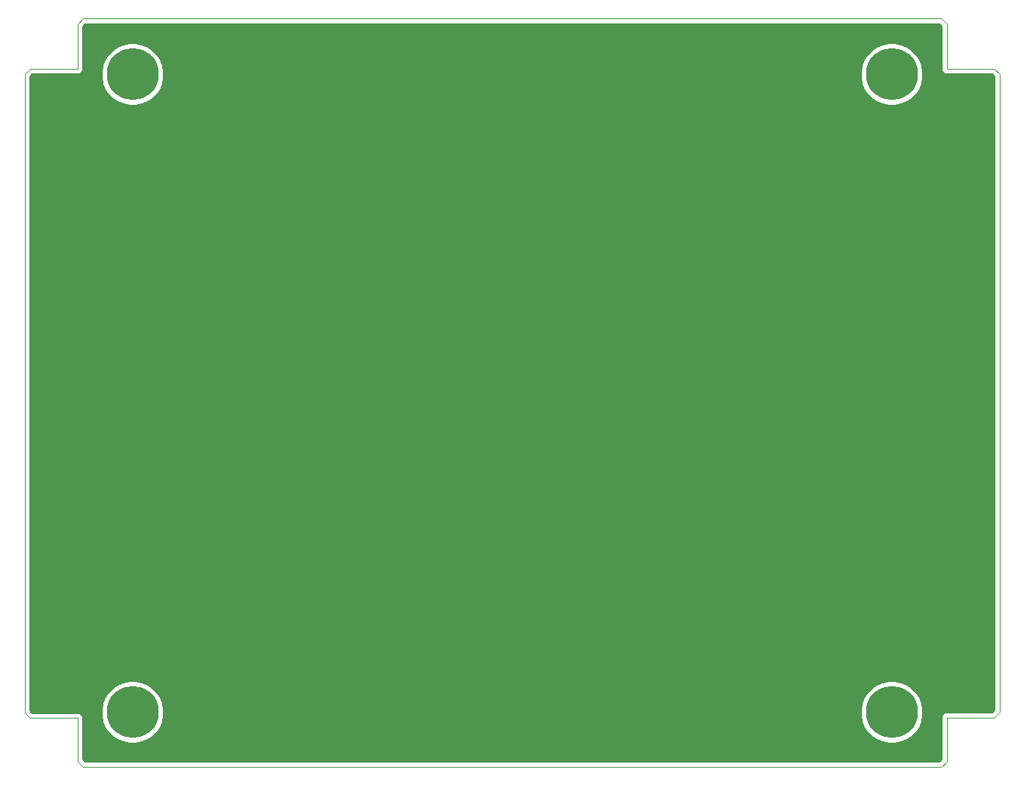
<source format=gbr>
%TF.GenerationSoftware,KiCad,Pcbnew,(5.1.6-0-10_14)*%
%TF.CreationDate,2020-10-12T07:31:40+01:00*%
%TF.ProjectId,ActiveMixerPedalWithDigitalPeakDetector,41637469-7665-44d6-9978-657250656461,rev?*%
%TF.SameCoordinates,Original*%
%TF.FileFunction,Copper,L1,Top*%
%TF.FilePolarity,Positive*%
%FSLAX46Y46*%
G04 Gerber Fmt 4.6, Leading zero omitted, Abs format (unit mm)*
G04 Created by KiCad (PCBNEW (5.1.6-0-10_14)) date 2020-10-12 07:31:40*
%MOMM*%
%LPD*%
G01*
G04 APERTURE LIST*
%TA.AperFunction,Profile*%
%ADD10C,0.050000*%
%TD*%
%TA.AperFunction,ComponentPad*%
%ADD11C,6.000000*%
%TD*%
%TA.AperFunction,NonConductor*%
%ADD12C,0.254000*%
%TD*%
G04 APERTURE END LIST*
D10*
X148590000Y-140335000D02*
X147955000Y-140970000D01*
X148590000Y-135255000D02*
X148590000Y-140335000D01*
X154051000Y-135255000D02*
X148590000Y-135255000D01*
X154686000Y-134620000D02*
X154051000Y-135255000D01*
X154686000Y-60960000D02*
X154686000Y-134620000D01*
X154051000Y-60325000D02*
X154686000Y-60960000D01*
X148590000Y-60325000D02*
X154051000Y-60325000D01*
X148590000Y-55181500D02*
X148590000Y-60325000D01*
X147955000Y-54546500D02*
X148590000Y-55181500D01*
X48895000Y-54546500D02*
X147955000Y-54546500D01*
X48260000Y-55181500D02*
X48895000Y-54546500D01*
X48260000Y-60325000D02*
X48260000Y-55181500D01*
X42799000Y-60325000D02*
X48260000Y-60325000D01*
X42164000Y-60960000D02*
X42799000Y-60325000D01*
X42164000Y-134683500D02*
X42164000Y-60960000D01*
X42799000Y-135318500D02*
X42164000Y-134683500D01*
X48260000Y-135318500D02*
X42799000Y-135318500D01*
X48260000Y-140335000D02*
X48260000Y-135318500D01*
X48895000Y-140970000D02*
X48260000Y-140335000D01*
X147955000Y-140970000D02*
X48895000Y-140970000D01*
D11*
%TO.P,REF\u002A\u002A,1*%
%TO.N,N/C*%
X54610000Y-60960000D03*
%TD*%
%TO.P,REF\u002A\u002A,1*%
%TO.N,N/C*%
X54610000Y-134620000D03*
%TD*%
%TO.P,REF\u002A\u002A,1*%
%TO.N,N/C*%
X142240000Y-60960000D03*
%TD*%
%TO.P,REF\u002A\u002A,1*%
%TO.N,N/C*%
X142240000Y-134620000D03*
%TD*%
D12*
G36*
X147930000Y-55454881D02*
G01*
X147930001Y-60292571D01*
X147926807Y-60325000D01*
X147939550Y-60454383D01*
X147977290Y-60578793D01*
X148038575Y-60693450D01*
X148121052Y-60793948D01*
X148221550Y-60876425D01*
X148336207Y-60937710D01*
X148460617Y-60975450D01*
X148557581Y-60985000D01*
X148590000Y-60988193D01*
X148622419Y-60985000D01*
X153777620Y-60985000D01*
X154026000Y-61233381D01*
X154026001Y-134346618D01*
X153777620Y-134595000D01*
X148622419Y-134595000D01*
X148590000Y-134591807D01*
X148557581Y-134595000D01*
X148460617Y-134604550D01*
X148336207Y-134642290D01*
X148221550Y-134703575D01*
X148121052Y-134786052D01*
X148038575Y-134886550D01*
X147977290Y-135001207D01*
X147939550Y-135125617D01*
X147926807Y-135255000D01*
X147930000Y-135287419D01*
X147930001Y-140061618D01*
X147681620Y-140310000D01*
X49168381Y-140310000D01*
X48920000Y-140061620D01*
X48920000Y-135350919D01*
X48923193Y-135318500D01*
X48910450Y-135189117D01*
X48872710Y-135064707D01*
X48811425Y-134950050D01*
X48728948Y-134849552D01*
X48628450Y-134767075D01*
X48513793Y-134705790D01*
X48389383Y-134668050D01*
X48292419Y-134658500D01*
X48260000Y-134655307D01*
X48227581Y-134658500D01*
X43072381Y-134658500D01*
X42824000Y-134410120D01*
X42824000Y-134261984D01*
X50975000Y-134261984D01*
X50975000Y-134978016D01*
X51114691Y-135680290D01*
X51388705Y-136341818D01*
X51786511Y-136937177D01*
X52292823Y-137443489D01*
X52888182Y-137841295D01*
X53549710Y-138115309D01*
X54251984Y-138255000D01*
X54968016Y-138255000D01*
X55670290Y-138115309D01*
X56331818Y-137841295D01*
X56927177Y-137443489D01*
X57433489Y-136937177D01*
X57831295Y-136341818D01*
X58105309Y-135680290D01*
X58245000Y-134978016D01*
X58245000Y-134261984D01*
X138605000Y-134261984D01*
X138605000Y-134978016D01*
X138744691Y-135680290D01*
X139018705Y-136341818D01*
X139416511Y-136937177D01*
X139922823Y-137443489D01*
X140518182Y-137841295D01*
X141179710Y-138115309D01*
X141881984Y-138255000D01*
X142598016Y-138255000D01*
X143300290Y-138115309D01*
X143961818Y-137841295D01*
X144557177Y-137443489D01*
X145063489Y-136937177D01*
X145461295Y-136341818D01*
X145735309Y-135680290D01*
X145875000Y-134978016D01*
X145875000Y-134261984D01*
X145735309Y-133559710D01*
X145461295Y-132898182D01*
X145063489Y-132302823D01*
X144557177Y-131796511D01*
X143961818Y-131398705D01*
X143300290Y-131124691D01*
X142598016Y-130985000D01*
X141881984Y-130985000D01*
X141179710Y-131124691D01*
X140518182Y-131398705D01*
X139922823Y-131796511D01*
X139416511Y-132302823D01*
X139018705Y-132898182D01*
X138744691Y-133559710D01*
X138605000Y-134261984D01*
X58245000Y-134261984D01*
X58105309Y-133559710D01*
X57831295Y-132898182D01*
X57433489Y-132302823D01*
X56927177Y-131796511D01*
X56331818Y-131398705D01*
X55670290Y-131124691D01*
X54968016Y-130985000D01*
X54251984Y-130985000D01*
X53549710Y-131124691D01*
X52888182Y-131398705D01*
X52292823Y-131796511D01*
X51786511Y-132302823D01*
X51388705Y-132898182D01*
X51114691Y-133559710D01*
X50975000Y-134261984D01*
X42824000Y-134261984D01*
X42824000Y-61233380D01*
X43072381Y-60985000D01*
X48227581Y-60985000D01*
X48260000Y-60988193D01*
X48292419Y-60985000D01*
X48389383Y-60975450D01*
X48513793Y-60937710D01*
X48628450Y-60876425D01*
X48728948Y-60793948D01*
X48811425Y-60693450D01*
X48860314Y-60601984D01*
X50975000Y-60601984D01*
X50975000Y-61318016D01*
X51114691Y-62020290D01*
X51388705Y-62681818D01*
X51786511Y-63277177D01*
X52292823Y-63783489D01*
X52888182Y-64181295D01*
X53549710Y-64455309D01*
X54251984Y-64595000D01*
X54968016Y-64595000D01*
X55670290Y-64455309D01*
X56331818Y-64181295D01*
X56927177Y-63783489D01*
X57433489Y-63277177D01*
X57831295Y-62681818D01*
X58105309Y-62020290D01*
X58245000Y-61318016D01*
X58245000Y-60601984D01*
X138605000Y-60601984D01*
X138605000Y-61318016D01*
X138744691Y-62020290D01*
X139018705Y-62681818D01*
X139416511Y-63277177D01*
X139922823Y-63783489D01*
X140518182Y-64181295D01*
X141179710Y-64455309D01*
X141881984Y-64595000D01*
X142598016Y-64595000D01*
X143300290Y-64455309D01*
X143961818Y-64181295D01*
X144557177Y-63783489D01*
X145063489Y-63277177D01*
X145461295Y-62681818D01*
X145735309Y-62020290D01*
X145875000Y-61318016D01*
X145875000Y-60601984D01*
X145735309Y-59899710D01*
X145461295Y-59238182D01*
X145063489Y-58642823D01*
X144557177Y-58136511D01*
X143961818Y-57738705D01*
X143300290Y-57464691D01*
X142598016Y-57325000D01*
X141881984Y-57325000D01*
X141179710Y-57464691D01*
X140518182Y-57738705D01*
X139922823Y-58136511D01*
X139416511Y-58642823D01*
X139018705Y-59238182D01*
X138744691Y-59899710D01*
X138605000Y-60601984D01*
X58245000Y-60601984D01*
X58105309Y-59899710D01*
X57831295Y-59238182D01*
X57433489Y-58642823D01*
X56927177Y-58136511D01*
X56331818Y-57738705D01*
X55670290Y-57464691D01*
X54968016Y-57325000D01*
X54251984Y-57325000D01*
X53549710Y-57464691D01*
X52888182Y-57738705D01*
X52292823Y-58136511D01*
X51786511Y-58642823D01*
X51388705Y-59238182D01*
X51114691Y-59899710D01*
X50975000Y-60601984D01*
X48860314Y-60601984D01*
X48872710Y-60578793D01*
X48910450Y-60454383D01*
X48923193Y-60325000D01*
X48920000Y-60292581D01*
X48920000Y-55454880D01*
X49168381Y-55206500D01*
X147681620Y-55206500D01*
X147930000Y-55454881D01*
G37*
X147930000Y-55454881D02*
X147930001Y-60292571D01*
X147926807Y-60325000D01*
X147939550Y-60454383D01*
X147977290Y-60578793D01*
X148038575Y-60693450D01*
X148121052Y-60793948D01*
X148221550Y-60876425D01*
X148336207Y-60937710D01*
X148460617Y-60975450D01*
X148557581Y-60985000D01*
X148590000Y-60988193D01*
X148622419Y-60985000D01*
X153777620Y-60985000D01*
X154026000Y-61233381D01*
X154026001Y-134346618D01*
X153777620Y-134595000D01*
X148622419Y-134595000D01*
X148590000Y-134591807D01*
X148557581Y-134595000D01*
X148460617Y-134604550D01*
X148336207Y-134642290D01*
X148221550Y-134703575D01*
X148121052Y-134786052D01*
X148038575Y-134886550D01*
X147977290Y-135001207D01*
X147939550Y-135125617D01*
X147926807Y-135255000D01*
X147930000Y-135287419D01*
X147930001Y-140061618D01*
X147681620Y-140310000D01*
X49168381Y-140310000D01*
X48920000Y-140061620D01*
X48920000Y-135350919D01*
X48923193Y-135318500D01*
X48910450Y-135189117D01*
X48872710Y-135064707D01*
X48811425Y-134950050D01*
X48728948Y-134849552D01*
X48628450Y-134767075D01*
X48513793Y-134705790D01*
X48389383Y-134668050D01*
X48292419Y-134658500D01*
X48260000Y-134655307D01*
X48227581Y-134658500D01*
X43072381Y-134658500D01*
X42824000Y-134410120D01*
X42824000Y-134261984D01*
X50975000Y-134261984D01*
X50975000Y-134978016D01*
X51114691Y-135680290D01*
X51388705Y-136341818D01*
X51786511Y-136937177D01*
X52292823Y-137443489D01*
X52888182Y-137841295D01*
X53549710Y-138115309D01*
X54251984Y-138255000D01*
X54968016Y-138255000D01*
X55670290Y-138115309D01*
X56331818Y-137841295D01*
X56927177Y-137443489D01*
X57433489Y-136937177D01*
X57831295Y-136341818D01*
X58105309Y-135680290D01*
X58245000Y-134978016D01*
X58245000Y-134261984D01*
X138605000Y-134261984D01*
X138605000Y-134978016D01*
X138744691Y-135680290D01*
X139018705Y-136341818D01*
X139416511Y-136937177D01*
X139922823Y-137443489D01*
X140518182Y-137841295D01*
X141179710Y-138115309D01*
X141881984Y-138255000D01*
X142598016Y-138255000D01*
X143300290Y-138115309D01*
X143961818Y-137841295D01*
X144557177Y-137443489D01*
X145063489Y-136937177D01*
X145461295Y-136341818D01*
X145735309Y-135680290D01*
X145875000Y-134978016D01*
X145875000Y-134261984D01*
X145735309Y-133559710D01*
X145461295Y-132898182D01*
X145063489Y-132302823D01*
X144557177Y-131796511D01*
X143961818Y-131398705D01*
X143300290Y-131124691D01*
X142598016Y-130985000D01*
X141881984Y-130985000D01*
X141179710Y-131124691D01*
X140518182Y-131398705D01*
X139922823Y-131796511D01*
X139416511Y-132302823D01*
X139018705Y-132898182D01*
X138744691Y-133559710D01*
X138605000Y-134261984D01*
X58245000Y-134261984D01*
X58105309Y-133559710D01*
X57831295Y-132898182D01*
X57433489Y-132302823D01*
X56927177Y-131796511D01*
X56331818Y-131398705D01*
X55670290Y-131124691D01*
X54968016Y-130985000D01*
X54251984Y-130985000D01*
X53549710Y-131124691D01*
X52888182Y-131398705D01*
X52292823Y-131796511D01*
X51786511Y-132302823D01*
X51388705Y-132898182D01*
X51114691Y-133559710D01*
X50975000Y-134261984D01*
X42824000Y-134261984D01*
X42824000Y-61233380D01*
X43072381Y-60985000D01*
X48227581Y-60985000D01*
X48260000Y-60988193D01*
X48292419Y-60985000D01*
X48389383Y-60975450D01*
X48513793Y-60937710D01*
X48628450Y-60876425D01*
X48728948Y-60793948D01*
X48811425Y-60693450D01*
X48860314Y-60601984D01*
X50975000Y-60601984D01*
X50975000Y-61318016D01*
X51114691Y-62020290D01*
X51388705Y-62681818D01*
X51786511Y-63277177D01*
X52292823Y-63783489D01*
X52888182Y-64181295D01*
X53549710Y-64455309D01*
X54251984Y-64595000D01*
X54968016Y-64595000D01*
X55670290Y-64455309D01*
X56331818Y-64181295D01*
X56927177Y-63783489D01*
X57433489Y-63277177D01*
X57831295Y-62681818D01*
X58105309Y-62020290D01*
X58245000Y-61318016D01*
X58245000Y-60601984D01*
X138605000Y-60601984D01*
X138605000Y-61318016D01*
X138744691Y-62020290D01*
X139018705Y-62681818D01*
X139416511Y-63277177D01*
X139922823Y-63783489D01*
X140518182Y-64181295D01*
X141179710Y-64455309D01*
X141881984Y-64595000D01*
X142598016Y-64595000D01*
X143300290Y-64455309D01*
X143961818Y-64181295D01*
X144557177Y-63783489D01*
X145063489Y-63277177D01*
X145461295Y-62681818D01*
X145735309Y-62020290D01*
X145875000Y-61318016D01*
X145875000Y-60601984D01*
X145735309Y-59899710D01*
X145461295Y-59238182D01*
X145063489Y-58642823D01*
X144557177Y-58136511D01*
X143961818Y-57738705D01*
X143300290Y-57464691D01*
X142598016Y-57325000D01*
X141881984Y-57325000D01*
X141179710Y-57464691D01*
X140518182Y-57738705D01*
X139922823Y-58136511D01*
X139416511Y-58642823D01*
X139018705Y-59238182D01*
X138744691Y-59899710D01*
X138605000Y-60601984D01*
X58245000Y-60601984D01*
X58105309Y-59899710D01*
X57831295Y-59238182D01*
X57433489Y-58642823D01*
X56927177Y-58136511D01*
X56331818Y-57738705D01*
X55670290Y-57464691D01*
X54968016Y-57325000D01*
X54251984Y-57325000D01*
X53549710Y-57464691D01*
X52888182Y-57738705D01*
X52292823Y-58136511D01*
X51786511Y-58642823D01*
X51388705Y-59238182D01*
X51114691Y-59899710D01*
X50975000Y-60601984D01*
X48860314Y-60601984D01*
X48872710Y-60578793D01*
X48910450Y-60454383D01*
X48923193Y-60325000D01*
X48920000Y-60292581D01*
X48920000Y-55454880D01*
X49168381Y-55206500D01*
X147681620Y-55206500D01*
X147930000Y-55454881D01*
M02*

</source>
